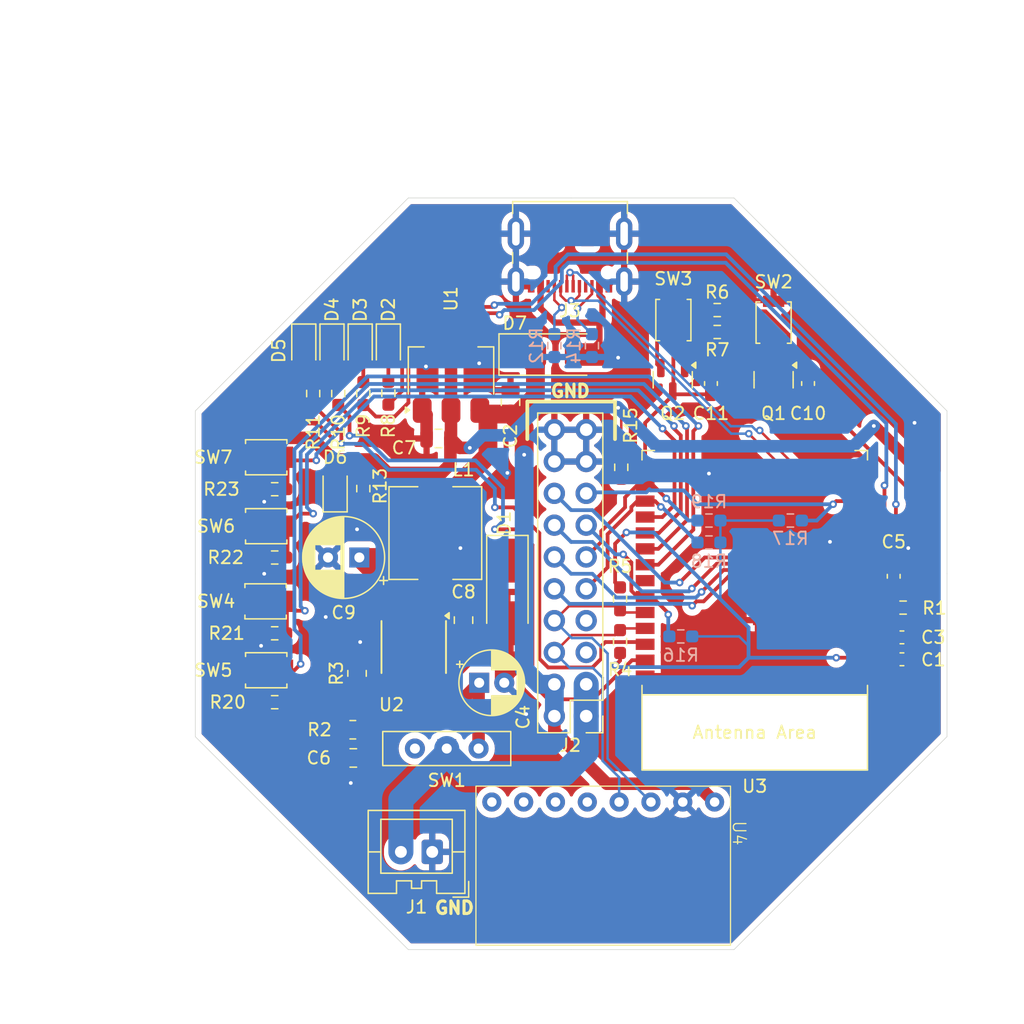
<source format=kicad_pcb>
(kicad_pcb (version 20240108) (generator "pcbnew") (generator_version "8.0")
  (layers (0 "F.Cu" signal) (31 "B.Cu" signal) (34 "B.Paste" user) (35 "F.Paste" user) (36 "B.SilkS" user "B.Silkscreen") (37 "F.SilkS" user "F.Silkscreen") (38 "B.Mask" user) (39 "F.Mask" user) (44 "Edge.Cuts" user))
  (net 0 "")
  (net 1 "GND")
  (net 2 "+3.3V")
  (net 3 "+5V")
  (net 4 "/12V_5V")
  (net 5 "/EN0")
  (net 6 "Net-(D1-K)")
  (net 7 "Net-(U2-BOOT)")
  (net 8 "/BOOT0")
  (net 9 "Net-(D2-A)")
  (net 10 "Net-(D3-A)")
  (net 11 "Net-(D4-A)")
  (net 12 "Net-(D5-A)")
  (net 13 "Net-(D6-A)")
  (net 14 "+12V")
  (net 15 "/FPGA9")
  (net 16 "/SCL")
  (net 17 "/FPGA7")
  (net 18 "/FPGA0")
  (net 19 "/FPGA8")
  (net 20 "/FPGA2")
  (net 21 "/SDA")
  (net 22 "/FPGA3")
  (net 23 "/FPGA1")
  (net 25 "/FPGA6")
  (net 27 "Net-(J3-CC2)")
  (net 28 "/USB_DM0")
  (net 29 "Net-(J3-CC1)")
  (net 30 "/USB_DP0")
  (net 31 "Net-(Q1-B)")
  (net 32 "/RTS0")
  (net 33 "Net-(Q2-B)")
  (net 34 "/DTR0")
  (net 35 "Net-(U2-EN)")
  (net 36 "/LED00")
  (net 37 "/LED01")
  (net 38 "/LED10")
  (net 39 "/LED11")
  (net 40 "/BTN00")
  (net 41 "/BTN01")
  (net 42 "/BTN10")
  (net 43 "/BTN11")
  (net 53 "Net-(D7-A)")
  (footprint "Package_TO_SOT_SMD:SOT-223-3_TabPin2" (layer "F.Cu") (at 140.41 83.8 90)
    (property "Reference" "U1")
    (property "Value" "LD1117S33TR_SOT223")
  )
  (footprint "Resistor_SMD:R_0603_1608Metric_Pad0.98x0.95mm_HandSolder" (layer "F.Cu") (at 153.905 105.41 90)
    (property "Reference" "R4")
    (property "Value" "2.2k")
  )
  (footprint "Capacitor_SMD:C_0805_2012Metric" (layer "F.Cu") (at 141.41 103.7 90)
    (property "Reference" "C8")
    (property "Value" "10nF")
  )
  (footprint "Button_Switch_SMD:SW_SPST_B3U-1000P" (layer "F.Cu") (at 158.16 79.75 -90)
    (property "Reference" "SW3")
    (property "Value" "SW_SPST")
  )
  (footprint "Capacitor_SMD:C_0603_1608Metric_Pad1.08x0.95mm_HandSolder" (layer "F.Cu") (at 176.405 106.825)
    (property "Reference" "C1")
    (property "Value" "10u")
  )
  (footprint "Capacitor_SMD:C_0805_2012Metric" (layer "F.Cu") (at 132.61 114.7 180)
    (property "Reference" "C6")
    (property "Value" "6.8uF")
  )
  (footprint "Resistor_SMD:R_0603_1608Metric_Pad0.98x0.95mm_HandSolder" (layer "F.Cu") (at 126.3375 93.25 180)
    (property "Reference" "R23")
    (property "Value" "10k")
  )
  (footprint "LED_SMD:LED_0805_2012Metric_Pad1.15x1.40mm_HandSolder" (layer "F.Cu") (at 135.41 81.925 -90)
    (property "Reference" "D2")
    (property "Value" "LED")
  )
  (footprint "Resistor_SMD:R_0805_2012Metric" (layer "F.Cu") (at 132.91 107.95 90)
    (property "Reference" "R3")
    (property "Value" "1k")
  )
  (footprint "Resistor_SMD:R_0603_1608Metric_Pad0.98x0.95mm_HandSolder" (layer "F.Cu") (at 133.41 93.2 90)
    (property "Reference" "R13")
    (property "Value" "280")
  )
  (footprint "Resistor_SMD:R_0603_1608Metric_Pad0.98x0.95mm_HandSolder" (layer "F.Cu") (at 131.41 85.6125 90)
    (property "Reference" "R10")
    (property "Value" "280")
  )
  (footprint "Adafruit_Sensors:BNO055" (layer "F.Cu") (at 162.72 116.95 -90)
    (property "Reference" "U4")
    (property "Value" "~")
  )
  (footprint "Button_Switch_SMD:SW_SPST_B3U-1000P" (layer "F.Cu") (at 125.66 90.7 180)
    (property "Reference" "SW7")
    (property "Value" "SW_Push")
  )
  (footprint "Diode_SMD:D_SMA_Handsoldering" (layer "F.Cu") (at 144.91 101.45 -90)
    (property "Reference" "D1")
    (property "Value" "D")
  )
  (footprint "Package_TO_SOT_SMD:SOT-23" (layer "F.Cu") (at 166.16 84.5125 -90)
    (property "Reference" "Q1")
    (property "Value" "DNBT8105-7")
  )
  (footprint "Button_Switch_SMD:SW_SPST_B3U-1000P" (layer "F.Cu") (at 125.66 96.2 180)
    (property "Reference" "SW6")
    (property "Value" "SW_Push")
  )
  (footprint "Connector_PinHeader_2.54mm:PinHeader_2x10_P2.54mm_Vertical" (layer "F.Cu") (at 151.2 111.36 180)
    (property "Reference" "J2")
    (property "Value" "Conn_02x10_Odd_Even")
  )
  (footprint "Capacitor_SMD:C_0603_1608Metric_Pad1.08x0.95mm_HandSolder" (layer "F.Cu") (at 175.7475 100.2 90)
    (property "Reference" "C5")
    (property "Value" "0.1u")
  )
  (footprint "Package_SO:TI_SO-PowerPAD-8" (layer "F.Cu") (at 137.435 105.8475 -90)
    (property "Reference" "U2")
    (property "Value" "LM22676MR-5")
  )
  (footprint "Resistor_SMD:R_0603_1608Metric_Pad0.98x0.95mm_HandSolder" (layer "F.Cu") (at 126.3375 104.75 180)
    (property "Reference" "R21")
    (property "Value" "10k")
  )
  (footprint "Inductor_SMD:L_7.3x7.3_H3.5" (layer "F.Cu") (at 139.16 96.75 90)
    (property "Reference" "L1")
    (property "Value" "8.2uH")
  )
  (footprint "Resistor_SMD:R_0603_1608Metric_Pad0.98x0.95mm_HandSolder" (layer "F.Cu") (at 126.3375 98.7 180)
    (property "Reference" "R22")
    (property "Value" "10k")
  )
  (footprint "Capacitor_SMD:C_0603_1608Metric_Pad1.08x0.95mm_HandSolder" (layer "F.Cu") (at 168.91 84.8125 90)
    (property "Reference" "C10")
    (property "Value" "0.1u")
  )
  (footprint "Capacitor_SMD:C_0805_2012Metric" (layer "F.Cu") (at 139.41 89.2 180)
    (property "Reference" "C7")
    (property "Value" "10uF")
  )
  (footprint "Resistor_SMD:R_0603_1608Metric_Pad0.98x0.95mm_HandSolder" (layer "F.Cu") (at 154 91.5 -90)
    (property "Reference" "R15")
    (property "Value" "10k")
  )
  (footprint "Capacitor_SMD:C_0603_1608Metric_Pad1.08x0.95mm_HandSolder" (layer "F.Cu") (at 161.16 84.8125 90)
    (property "Reference" "C11")
    (property "Value" "0.1u")
  )
  (footprint "Button_Switch_SMD:SW_SPST_B3U-1000P" (layer "F.Cu") (at 125.66 107.7 180)
    (property "Reference" "SW5")
    (property "Value" "SW_Push")
  )
  (footprint "Resistor_SMD:R_0603_1608Metric_Pad0.98x0.95mm_HandSolder" (layer "F.Cu") (at 133.41 85.6125 90)
    (property "Reference" "R9")
    (property "Value" "280")
  )
  (footprint "Capacitor_THT:CP_Radial_D5.0mm_P2.00mm" (layer "F.Cu") (at 142.66 108.7)
    (property "Reference" "C4")
    (property "Value" "22uF")
  )
  (footprint "Button_Switch_SMD:SW_SPST_B3U-1000P" (layer "F.Cu") (at 166.16 79.95 -90)
    (property "Reference" "SW2")
    (property "Value" "SW_SPST")
  )
  (footprint "Resistor_SMD:R_0603_1608Metric_Pad0.98x0.95mm_HandSolder" (layer "F.Cu") (at 176.4975 102.7 180)
    (property "Reference" "R1")
    (property "Value" "10k")
  )
  (footprint "LED_SMD:LED_0805_2012Metric_Pad1.15x1.40mm_HandSolder" (layer "F.Cu") (at 130.91 81.925 -90)
    (property "Reference" "D4")
    (property "Value" "LED")
  )
  (footprint "Resistor_SMD:R_0603_1608Metric_Pad0.98x0.95mm_HandSolder" (layer "F.Cu") (at 161.66 78.95)
    (property "Reference" "R6")
    (property "Value" "10k")
  )
  (footprint "Resistor_SMD:R_0805_2012Metric" (layer "F.Cu") (at 132.5725 112.45 180)
    (property "Reference" "R2")
    (property "Value" "6.2k")
  )
  (footprint "Diode_SMD:D_SMA_Handsoldering" (layer "F.Cu") (at 148.75 82.5)
    (property "Reference" "D7")
    (property "Value" "D")
  )
  (footprint "Connector_USB:USB_C_Receptacle_JAE_DX07S016JA1R1500" (layer "F.Cu") (at 149.91 74 180)
    (property "Reference" "J3")
    (property "Value" "USB_C_Receptacle_USB2.0_14P")
  )
  (footprint "Package_TO_SOT_SMD:SOT-23" (layer "F.Cu") (at 158.11 84.5125 -90)
    (property "Reference" "Q2")
    (property "Value" "DNBT8105-7")
  )
  (footprint "LED_SMD:LED_0805_2012Metric_Pad1.15x1.40mm_HandSolder" (layer "F.Cu") (at 133.16 81.925 -90)
    (property "Reference" "D3")
    (property "Value" "LED")
  )
  (footprint "Resistor_SMD:R_0603_1608Metric_Pad0.98x0.95mm_HandSolder" (layer "F.Cu") (at 161.66 80.7 180)
    (property "Reference" "R7")
    (property "Value" "10k")
  )
  (footprint "Capacitor_SMD:C_0805_2012Metric" (layer "F.Cu") (at 145.16 86.3 90)
    (property "Reference" "C2")
    (property "Value" "100nF")
  )
  (footprint "Connector_JST:JST_XA_B02B-XASK-1_1x02_P2.50mm_Vertical" (layer "F.Cu") (at 138.91 122.2 180)
    (property "Reference" "J1")
    (property "Value" "Conn_01x02")
  )
  (footprint "Button_Switch_SMD:SW_SPST_B3U-1000P" (layer "F.Cu") (at 125.61 102.2 180)
    (property "Reference" "SW4")
    (property "Value" "SW_Push")
  )
  (footprint "Espressif:ESP32-C6-WROOM-1" (layer "F.Cu") (at 164.655 99.91 180)
    (property "Reference" "U3")
    (property "Value" "ESP32-C6-WROOM-1")
  )
  (footprint "Capacitor_SMD:C_0603_1608Metric_Pad1.08x0.95mm_HandSolder" (layer "F.Cu") (at 176.405 105.075)
    (property "Reference" "C3")
    (property "Value" "0.1u")
  )
  (footprint "LED_SMD:LED_0805_2012Metric_Pad1.15x1.40mm_HandSolder" (layer "F.Cu") (at 131.16 93.2 90)
    (property "Reference" "D6")
    (property "Value" "LED")
  )
  (footprint "Resistor_SMD:R_0603_1608Metric_Pad0.98x0.95mm_HandSolder" (layer "F.Cu") (at 135.41 85.5875 90)
    (property "Reference" "R8")
    (property "Value" "280")
  )
  (footprint "Resistor_SMD:R_0603_1608Metric_Pad0.98x0.95mm_HandSolder" (layer "F.Cu") (at 153.905 101.9975 -90)
    (property "Reference" "R5")
    (property "Value" "2.2k")
  )
  (footprint "Resistor_SMD:R_0603_1608Metric_Pad0.98x0.95mm_HandSolder" (layer "F.Cu") (at 126.3375 110.25 180)
    (property "Reference" "R20")
    (property "Value" "10k")
  )
  (footprint "Button_Switch_THT:SW_Slide-03_Wuerth-WS-SLTV_10x2.5x6.4_P2.54mm" (layer "F.Cu") (at 140.07 113.95 180)
    (property "Reference" "SW1")
    (property "Value" "5V Enable")
  )
  (footprint "Capacitor_THT:CP_Radial_D6.3mm_P2.50mm" (layer "F.Cu") (at 133.09238 98.7 180)
    (property "Reference" "C9")
    (property "Value" "120uF")
  )
  (footprint "LED_SMD:LED_0805_2012Metric_Pad1.15x1.40mm_HandSolder" (layer "F.Cu") (at 128.66 81.925 -90)
    (property "Reference" "D5")
    (property "Value" "LED")
  )
  (footprint "Resistor_SMD:R_0603_1608Metric_Pad0.98x0.95mm_HandSolder" (layer "F.Cu") (at 129.41 85.6125 90)
    (property "Reference" "R11")
    (property "Value" "280")
  )
  (footprint "Resistor_SMD:R_0603_1608Metric_Pad0.98x0.95mm_HandSolder" (layer "B.Cu") (at 148.66 81.7875 -90)
    (property "Reference" "R12")
    (property "Value" "5.1k")
  )
  (footprint "Resistor_SMD:R_0603_1608Metric_Pad0.98x0.95mm_HandSolder" (layer "B.Cu") (at 167.5 95.75)
    (property "Reference" "R17")
    (property "Value" "280")
  )
  (footprint "Resistor_SMD:R_0603_1608Metric_Pad0.98x0.95mm_HandSolder" (layer "B.Cu") (at 151.66 81.7875 -90)
    (property "Reference" "R14")
    (property "Value" "5.1k")
  )
  (footprint "Resistor_SMD:R_0603_1608Metric_Pad0.98x0.95mm_HandSolder" (layer "B.Cu") (at 161 97.5 180)
    (property "Reference" "R18")
    (property "Value" "280")
  )
  (footprint "Resistor_SMD:R_0603_1608Metric_Pad0.98x0.95mm_HandSolder" (layer "B.Cu") (at 158.75 105 180)
    (property "Reference" "R16")
    (property "Value" "280")
  )
  (footprint "Resistor_SMD:R_0603_1608Metric_Pad0.98x0.95mm_HandSolder" (layer "B.Cu") (at 161 95.75 180)
    (property "Reference" "R19")
    (property "Value" "280")
  )
  (gr_line (start 146.5 86.25) (end 153.5 86.25) (stroke (width 0.3)) (layer "F.SilkS"))
  (gr_line (start 146.5 86.25) (end 146.5 89.25) (stroke (width 0.3)) (layer "F.SilkS"))
  (gr_line (start 153.5 86.25) (end 153.5 89.25) (stroke (width 0.3)) (layer "F.SilkS"))
  (gr_line (start 150 130) (end 137 130) (stroke (width 0.05)) (layer "Edge.Cuts"))
  (gr_line (start 163 70) (end 180 87) (stroke (width 0.05)) (layer "Edge.Cuts"))
  (gr_line (start 120 87) (end 137 70) (stroke (width 0.05)) (layer "Edge.Cuts"))
  (gr_line (start 120 100) (end 120 113) (stroke (width 0.05)) (layer "Edge.Cuts"))
  (gr_line (start 180 113) (end 163 130) (stroke (width 0.05)) (layer "Edge.Cuts"))
  (gr_line (start 150 70) (end 163 70) (stroke (width 0.05)) (layer "Edge.Cuts"))
  (gr_line (start 180 100) (end 180 113) (stroke (width 0.05)) (layer "Edge.Cuts"))
  (gr_line (start 150 70) (end 137 70) (stroke (width 0.05)) (layer "Edge.Cuts"))
  (gr_line (start 150 130) (end 163 130) (stroke (width 0.05)) (layer "Edge.Cuts"))
  (gr_line (start 180 100) (end 180 87) (stroke (width 0.05)) (layer "Edge.Cuts"))
  (gr_line (start 137 130) (end 120 113) (stroke (width 0.05)) (layer "Edge.Cuts"))
  (gr_line (start 120 100) (end 120 87) (stroke (width 0.05)) (layer "Edge.Cuts"))
  (gr_text "GND" (at 148.25 86 0) (layer "F.SilkS") (effects (font (size 1 1) (thickness 0.25) (bold yes)) (justify left bottom)))
  (gr_text "GND" (at 139 127.25 0) (layer "F.SilkS") (effects (font (size 1 1) (thickness 0.25) (bold yes)) (justify left bottom)))
  (segment (start 138.46 89.2) (end 138.46 87.3) (width 1) (layer "F.Cu") (net 1))
  (segment (start 145.59 76.675) (end 145.965 77.05) (width 0.3) (layer "F.Cu") (net 1))
  (segment (start 144.66 108.7) (end 144.66 104.2) (width 1.5) (layer "F.Cu") (net 1))
  (segment (start 154.23 76.675) (end 153.385 76.675) (width 0.3) (layer "F.Cu") (net 1))
  (segment (start 144.66 104.2) (end 144.91 103.95) (width 1.5) (layer "F.Cu") (net 1))
  (segment (start 175.7475 99.1125) (end 176.91 97.95) (width 0.5) (layer "F.Cu") (net 1))
  (segment (start 145.965 77.05) (end 146.81 77.05) (width 0.3) (layer "F.Cu") (net 1))
  (segment (start 175.7475 99.3375) (end 175.7475 99.1125) (width 0.5) (layer "F.Cu") (net 1))
  (segment (start 153.855 77.05) (end 154.23 76.675) (width 0.3) (layer "F.Cu") (net 1))
  (segment (start 138.46 87.3) (end 138.11 86.95) (width 1) (layer "F.Cu") (net 1))
  (segment (start 153.385 76.675) (end 153.01 77.05) (width 0.3) (layer "F.Cu") (net 1))
  (via (at 146.41 111.2) (size 0.6) (drill 0.3) (layers "F.Cu" "B.Cu") (net 1))
  (via (at 177.41 87.95) (size 0.6) (drill 0.3) (layers "F.Cu" "B.Cu") (net 1))
  (via (at 176.91 97.95) (size 0.6) (drill 0.3) (layers "F.Cu" "B.Cu") (net 1))
  (via (at 125.25 105.75) (size 0.6) (drill 0.3) (layers "F.Cu" "B.Cu") (net 1))
  (via (at 153.75 82.75) (size 0.6) (drill 0.3) (layers "F.Cu" "B.Cu") (net 1))
  (via (at 132.91 96.45) (size 0.6) (drill 0.3) (layers "F.Cu" "B.Cu") (net 1))
  (via (at 170.66 97.45) (size 0.6) (drill 0.3) (layers "F.Cu" "B.Cu") (net 1))
  (via (at 138.41 83.45) (size 0.6) (drill 0.3) (layers "F.Cu" "B.Cu") (net 1))
  (via (at 141.16 97.95) (size 0.6) (drill 0.3) (layers "F.Cu" "B.Cu") (net 1))
  (via (at 142.66 83.2) (size 0.6) (drill 0.3) (layers "F.Cu" "B.Cu") (net 1))
  (via (at 133.16 105.45) (size 0.6) (drill 0.3) (layers "F.Cu" "B.Cu") (net 1))
  (via (at 144.91 91.95) (size 0.6) (drill 0.3) (layers "F.Cu" "B.Cu") (net 1))
  (via (at 125.5 100) (size 0.6) (drill 0.3) (layers "F.Cu" "B.Cu") (net 1))
  (via (at 132.41 116.7) (size 0.6) (drill 0.3) (layers "F.Cu" "B.Cu") (net 1))
  (via (at 125.5 94.25) (size 0.6) (drill 0.3) (layers "F.Cu" "B.Cu") (net 1))
  (via (at 130.41 103.45) (size 0.6) (drill 0.3) (layers "F.Cu" "B.Cu") (net 1))
  (via (at 161 92) (size 0.6) (drill 0.3) (layers "F.Cu" "B.Cu") (net 1))
  (segment (start 123.96 90.7) (end 123.96 107.7) (width 1) (layer "F.Cu") (net 2))
  (segment (start 175.5425 106.825) (end 175.5425 105.075) (width 1) (layer "F.Cu") (net 2))
  (segment (start 140.41 86.95) (end 140.41 89.15) (width 1) (layer "F.Cu") (net 2))
  (segment (start 174.16 88.2) (end 178.66 92.7) (width 1) (layer "F.Cu") (net 2))
  (segment (start 153.51 97.6) (end 154.41 96.7) (width 0.3) (layer "F.Cu") (net 2))
  (segment (start 173.48 106.825) (end 173.405 106.9) (width 1) (layer "F.Cu") (net 2))
  (segment (start 178.66 92.7) (end 178.66 101.45) (width 1) (layer "F.Cu") (net 2))
  (segment (start 131.024214 90.9) (end 131.049214 90.875) (width 1) (layer "F.Cu") (net 2))
  (segment (start 123.96 90.7) (end 123.96 89.94) (width 1) (layer "F.Cu") (net 2))
  (segment (start 153.905 101.085) (end 153.51 100.69) (width 0.3) (layer "F.Cu") (net 2))
  (segment (start 154 87) (end 153.75 86.75) (width 0.2) (layer "F.Cu") (net 2))
  (segment (start 123.96 89.94) (end 124.75 89.15) (width 1) (layer "F.Cu") (net 2))
  (segment (start 175.5425 105.075) (end 175.5675 105.075) (width 0.3) (layer "F.Cu") (net 2))
  (segment (start 140.41 89.15) (end 140.36 89.2) (width 1) (layer "F.Cu") (net 2))
  (segment (start 153.51 100.69) (end 153.51 97.6) (width 0.3) (layer "F.Cu") (net 2))
  (segment (start 171.16 106.7) (end 173.205 106.7) (width 0.3) (layer "F.Cu") (net 2))
  (segment (start 141.91 89.95) (end 141.11 89.95) (width 1) (layer "F.Cu") (net 2))
  (segment (start 135.36043 91.95) (end 139.66 91.95) (width 1) (layer "F.Cu") (net 2))
  (segment (start 141.11 89.95) (end 140.36 89.2) (width 1) (layer "F.Cu") (net 2))
  (segment (start 129.274214 89.15) (end 131.024214 90.9) (width 1) (layer "F.Cu") (net 2))
  (segment (start 140.41 86.95) (end 140.41 80.65) (width 1) (layer "F.Cu") (net 2))
  (segment (start 131.049214 90.875) (end 134.28543 90.875) (width 1) (layer "F.Cu") (net 2))
  (segment (start 153.905 106.93076) (end 153.905 106.3225) (width 0.3) (layer "F.Cu") (net 2))
  (segment (start 124.75 89.15) (end 129.274214 89.15) (width 1) (layer "F.Cu") (net 2))
  (segment (start 154 90.5875) (end 154 87) (width 0.2) (layer "F.Cu") (net 2))
  (segment (start 175.5425 104.5675) (end 175.5425 105.075) (width 1) (layer "F.Cu") (net 2))
  (segment (start 177.41 102.7) (end 175.5425 104.5675) (width 1) (layer "F.Cu") (net 2))
  (segment (start 139.66 91.95) (end 140.36 91.25) (width 1) (layer "F.Cu") (net 2))
  (segment (start 153.52288 107.31288) (end 153.905 106.93076) (width 0.3) (layer "F.Cu") (net 2))
  (segment (start 134.28543 90.875) (end 135.36043 91.95) (width 1) (layer "F.Cu") (net 2))
  (segment (start 173.205 106.7) (end 173.405 106.9) (width 0.3) (layer "F.Cu") (net 2))
  (segment (start 140.36 91.25) (end 140.36 89.2) (width 1) (layer "F.Cu") (net 2))
  (segment (start 178.66 101.45) (end 177.41 102.7) (width 1) (layer "F.Cu") (net 2))
  (segment (start 175.5425 106.825) (end 173.48 106.825) (width 1) (layer "F.Cu") (net 2))
  (segment (start 173.415 106.91) (end 173.405 106.9) (width 0.3) (layer "F.Cu") (net 2))
  (via (at 154.41 96.7) (size 0.6) (drill 0.3) (layers "F.Cu" "B.Cu") (net 2))
  (via (at 153.52288 107.31288) (size 0.6) (drill 0.3) (layers "F.Cu" "B.Cu") (net 2))
  (via (at 174.16 88.2) (size 0.6) (drill 0.3) (layers "F.Cu" "B.Cu") (net 2))
  (via (at 153.75 86.75) (size 0.6) (drill 0.3) (layers "F.Cu" "B.Cu") (net 2))
  (via (at 141.91 89.95) (size 0.6) (drill 0.3) (layers "F.Cu" "B.Cu") (net 2))
  (via (at 171.16 106.7) (size 0.6) (drill 0.3) (layers "F.Cu" "B.Cu") (net 2))
  (segment (start 145.16 88.95) (end 142.91 88.95) (width 1) (layer "B.Cu") (net 2))
  (segment (start 164.16 104.280761) (end 164.16 105.75) (width 0.3) (layer "B.Cu") (net 2))
  (segment (start 142.91 88.95) (end 141.91 89.95) (width 1) (layer "B.Cu") (net 2))
  (segment (start 153.52288 107.31288) (end 153.66 107.45) (width 0.3) (layer "B.Cu") (net 2))
  (segment (start 163.41 107.45) (end 164.16 106.7) (width 0.3) (layer "B.Cu") (net 2))
  (segment (start 161.9125 95.75) (end 161.9125 97.5) (width 0.2) (layer "B.Cu") (net 2))
  (segment (start 163.41 105) (end 164.16 105.75) (width 0.2) (layer "B.Cu") (net 2))
  (segment (start 161.9125 102.033261) (end 164.16 104.280761) (width 0.2) (layer "B.Cu") (net 2))
  (segment (start 156.579239 96.7) (end 164.16 104.280761) (width 0.3) (layer "B.Cu") (net 2))
  (segment (start 153.7 86.7) (end 153.75 86.75) (width 1) (layer "B.Cu") (net 2))
  (segment (start 164.16 106.7) (end 171.16 106.7) (width 0.3) (layer "B.Cu") (net 2))
  (segment (start 153.66 107.45) (end 163.41 107.45) (width 0.3) (layer "B.Cu") (net 2))
  (segment (start 156.778107 89.818107) (end 156.778107 89.778107) (width 1) (layer "B.Cu") (net 2))
  (segment (start 159.6625 105) (end 163.41 105) (width 0.2) (layer "B.Cu") (net 2))
  (segment (start 161.9125 97.5) (end 161.9125 102.033261) (width 0.2) (layer "B.Cu") (net 2))
  (segment (start 164.16 105.75) (end 164.16 106.7) (width 0.3) (layer "B.Cu") (net 2))
  (segment (start 156.778107 89.778107) (end 153.75 86.75) (width 1) (layer "B.Cu") (net 2))
  (segment (start 174.16 88.2) (end 172.541893 89.818107) (width 1) (layer "B.Cu") (net 2))
  (segment (start 172.541893 89.818107) (end 156.778107 89.818107) (width 1) (layer "B.Cu") (net 2))
  (segment (start 147.41 86.7) (end 145.16 88.95) (width 1) (layer "B.Cu") (net 2))
  (segment (start 166.5875 95.75) (end 161.9125 95.75) (width 0.2) (layer "B.Cu") (net 2))
  (segment (start 154.41 96.7) (end 156.579239 96.7) (width 0.3) (layer "B.Cu") (net 2))
  (segment (start 147.41 86.7) (end 153.7 86.7) (width 1) (layer "B.Cu") (net 2))
  (segment (start 147.15 83.4) (end 147.15 85.85) (width 1.5) (layer "F.Cu") (net 3))
  (segment (start 146.25 88.34) (end 145.16 87.25) (width 1.5) (layer "F.Cu") (net 3))
  (segment (start 135.53 103.0675) (end 135.53 101.13762) (width 1.5) (layer "F.Cu") (net 3))
  (segment (start 135.6375 94.1125) (end 133.41 94.1125) (width 1.5) (layer "F.Cu") (net 3))
  (segment (start 146.25 90.5) (end 146.25 88.34) (width 1.5) (layer "F.Cu") (net 3))
  (segment (start 135.53 101.13762) (end 133.09238 98.7) (width 1.5) (layer "F.Cu") (net 3))
  (segment (start 139.01 93.4) (end 136.35 93.4) (width 1.5) (layer "F.Cu") (net 3))
  (segment (start 135.3 98.7) (end 133.09238 98.7) (width 1.5) (layer "F.Cu") (net 3))
  (segment (start 152.855919 116.758) (end 148.66 112.562081) (width 1) (layer "F.Cu") (net 3))
  (segment (start 140.36061 93.55) (end 139.16 93.55) (width 1.5) (layer "F.Cu") (net 3))
  (segment (start 145.16 87.25) (end 143.01 87.25) (width 1.5) (layer "F.Cu") (net 3))
  (segment (start 143.36 90.55061) (end 140.36061 93.55) (width 1.5) (layer "F.Cu") (net 3))
  (segment (start 136.35 93.4) (end 135.6375 94.1125) (width 1.5) (layer "F.Cu") (net 3))
  (segment (start 139.16 93.55) (end 139.16 94.84) (width 1.5) (layer "F.Cu") (net 3))
  (segment (start 148.66 112.562081) (end 148.66 111.36) (width 1) (layer "F.Cu") (net 3))
  (segment (start 161.45 118.22) (end 159.988 116.758) (width 1) (layer "F.Cu") (net 3))
  (segment (start 143.36 87.6) (end 143.36 90.55061) (width 1.5) (layer "F.Cu") (net 3))
  (segment (start 142.71 86.95) (end 143.36 87.6) (width 1.5) (layer "F.Cu") (net 3))
  (segment (start 145.75 87.25) (end 145.16 87.25) (width 1.5) (layer "F.Cu") (net 3))
  (segment (start 147.15 85.85) (end 145.75 87.25) (width 1.5) (layer "F.Cu") (net 3))
  (segment (start 146.25 82.5) (end 147.15 83.4) (width 1.5) (layer "F.Cu") (net 3))
  (segment (start 139.16 93.55) (end 139.01 93.4) (width 1.5) (layer "F.Cu") (net 3))
  (segment (start 139.16 94.84) (end 135.3 98.7) (width 1.5) (layer "F.Cu") (net 3))
  (segment (start 159.988 116.758) (end 152.855919 116.758) (width 1) (layer "F.Cu") (net 3))
  (via (at 146.25 90.5) (size 0.6) (drill 0.3) (layers "F.Cu" "B.Cu") (net 3))
  (segment (start 147.457919 108.82) (end 146.25 107.612081) (width 1.5) (layer "B.Cu") (net 3))
  (segment (start 148.66 111.36) (end 148.66 108.82) (width 1.5) (layer "B.Cu") (net 3))
  (segment (start 146.25 107.612081) (end 146.25 90.5) (width 1.5) (layer "B.Cu") (net 3))
  (segment (start 148.66 108.82) (end 147.457919 108.82) (width 1.5) (layer "B.Cu") (net 3))
  (segment (start 138.07 109.86) (end 138.4925 110.2825) (width 1) (layer "F.Cu") (net 4))
  (segment (start 138.07 108.6275) (end 138.07 111.04) (width 1) (layer "F.Cu") (net 4))
  (segment (start 138.07 108.6275) (end 138.07 109.86) (width 1) (layer "F.Cu") (net 4))
  (segment (start 142.61 108.75) (end 142.66 108.7) (width 1) (layer "F.Cu") (net 4))
  (segment (start 142.61 113.95) (end 142.61 108.75) (width 1) (layer "F.Cu") (net 4))
  (segment (start 137.41 111.7) (end 134.235 111.7) (width 1) (layer "F.Cu") (net 4))
  (segment (start 138.07 111.04) (end 137.41 111.7) (width 1) (layer "F.Cu") (net 4))
  (segment (start 134.235 111.7) (end 133.485 112.45) (width 1) (layer "F.Cu") (net 4))
  (segment (start 133.485 112.45) (end 133.485 114.625) (width 1) (layer "F.Cu") (net 4))
  (segment (start 133.485 114.625) (end 133.56 114.7) (width 1) (layer "F.Cu") (net 4))
  (segment (start 141.0775 110.2825) (end 142.66 108.7) (width 1) (layer "F.Cu") (net 4))
  (segment (start 138.4925 110.2825) (end 141.0775 110.2825) (width 1) (layer "F.Cu") (net 4))
  (segment (start 174.505 104.3125) (end 175.585 103.2325) (width 0.3) (layer "F.Cu") (net 5))
  (segment (start 174.035 105.63) (end 173.405 105.63) (width 0.3) (layer "F.Cu") (net 5))
  (segment (start 175.585 102.7) (end 175.585 101.225) (width 0.3) (layer "F.Cu") (net 5))
  (segment (start 168.91 85.675) (end 166.385 85.675) (width 0.3) (layer "F.Cu") (net 5))
  (segment (start 166.385 85.675) (end 166.16 85.45) (width 0.3) (layer "F.Cu") (net 5))
  (segment (start 177.81 100.3) (end 177.81 94.1) (width 0.3) (layer "F.Cu") (net 5))
  (segment (start 175.585 101.225) (end 175.7475 101.0625) (width 0.3) (layer "F.Cu") (net 5))
  (segment (start 177.0475 101.0625) (end 177.81 100.3) (width 0.3) (layer "F.Cu") (net 5))
  (segment (start 174.505 104.3125) (end 174.505 105.16) (width 0.3) (layer "F.Cu") (net 5))
  (segment (start 177.81 94.1) (end 169.385 85.675) (width 0.3) (layer "F.Cu") (net 5))
  (segment (start 175.7475 101.0625) (end 177.0475 101.0625) (width 0.3) (layer "F.Cu") (net 5))
  (segment (start 166.16 81.65) (end 166.16 85.45) (width 0.3) (layer "F.Cu") (net 5))
  (segment (start 174.505 105.16) (end 174.035 105.63) (width 0.3) (layer "F.Cu") (net 5))
  (segment (start 175.585 103.2325) (end 175.585 102.7) (width 0.3) (layer "F.Cu") (net 5))
  (segment (start 169.385 85.675) (end 168.91 85.675) (width 0.3) (layer "F.Cu") (net 5))
  (segment (start 142.835 101.025) (end 144.91 98.95) (width 1) (layer "F.Cu") (net 6))
  (segment (start 139.34 108.6275) (end 140.005444 108.6275) (width 1) (layer "F.Cu") (net 6))
  (segment (start 144.91 98.95) (end 145.16 98.95) (width 1) (layer "F.Cu") (net 6))
  (segment (start 142.835 105.797944) (end 142.835 103.45) (width 1) (layer "F.Cu") (net 6))
  (segment (start 141.41 102.2) (end 139.16 99.95) (width 1) (layer "F.Cu") (net 6))
  (segment (start 142.835 103.45) (end 142.135 102.75) (width 1) (layer "F.Cu") (net 6))
  (segment (start 140.005444 108.6275) (end 142.835 105.797944) (width 1) (layer "F.Cu") (net 6))
  (segment (start 141.41 102.75) (end 141.41 102.2) (width 1) (layer "F.Cu") (net 6))
  (segment (start 142.135 102.75) (end 141.41 102.75) (width 1) (layer "F.Cu") (net 6))
  (segment (start 142.835 103.45) (end 142.835 101.025) (width 1) (layer "F.Cu") (net 6))
  (segment (start 140.9225 104.65) (end 141.41 104.65) (width 1) (layer "F.Cu") (net 7))
  (segment (start 139.34 103.0675) (end 140.9225 104.65) (width 1) (layer "F.Cu") (net 7))
  (segment (start 155.905 87.955) (end 155.905 91.66) (width 0.3) (layer "F.Cu") (net 8))
  (segment (start 158.16 85.4) (end 158.11 85.45) (width 0.3) (layer "F.Cu") (net 8))
  (segment (start 161.16 85.675) (end 158.335 85.675) (width 0.3) (layer "F.Cu") (net 8))
  (segment (start 158.11 85.45) (end 158.11 85.75) (width 0.3) (layer "F.Cu") (net 8))
  (segment (start 158.16 81.45) (end 158.16 85.4) (width 0.3) (layer "F.Cu") (net 8))
  (segment (start 158.335 85.675) (end 158.11 85.45) (width 0.3) (layer "F.Cu") (net 8))
  (segment (start 155.905 91.66) (end 154.7525 91.66) (width 0.3) (layer "F.Cu") (net 8))
  (segment (start 158.11 85.75) (end 155.905 87.955) (width 0.3) (layer "F.Cu") (net 8))
  (segment (start 154.7525 91.66) (end 154 92.4125) (width 0.3) (layer "F.Cu") (net 8))
  (segment (start 135.41 84.675) (end 135.41 82.95) (width 0.3) (layer "F.Cu") (net 9))
  (segment (start 133.41 83.2) (end 133.16 82.95) (width 0.3) (layer "F.Cu") (net 10))
  (segment (start 133.41 84.7) (end 133.41 83.2) (width 0.3) (layer "F.Cu") (net 10))
  (segment (start 131.41 83.45) (end 130.91 82.95) (width 0.3) (layer "F.Cu") (net 11))
  (segment (start 131.41 84.7) (end 131.41 83.45) (width 0.3) (layer "F.Cu") (net 11))
  (segment (start 129.41 84.7) (end 129.41 83.7) (width 0.3) (layer "F.Cu") (net 12))
  (segment (start 129.41 83.7) (end 128.66 82.95) (width 0.3) (layer "F.Cu") (net 12))
  (segment (start 131.1725 92.1625) (end 131.16 92.175) (width 0.3) (layer "F.Cu") (net 13))
  (segment (start 133.41 92.1625) (end 131.1725 92.1625) (width 0.3) (layer "F.Cu") (net 13))
  (segment (start 151.2 114.21) (end 149.46 115.95) (width 2) (layer "B.Cu") (net 14))
  (segment (start 141.66 115.95) (end 140.07 114.36) (width 2) (layer "B.Cu") (net 14))
  (segment (start 149.46 115.95) (end 141.66 115.95) (width 2) (layer "B.Cu") (net 14))
  (segment (start 140.07 113.95) (end 140.07 114.36) (width 2) (layer "B.Cu") (net 14))
  (segment (start 136.41 118.02) (end 136.41 122.2) (width 2) (layer "B.Cu") (net 14))
  (segment (start 140.07 114.36) (end 136.41 118.02) (width 2) (layer "B.Cu") (net 14))
  (segment (start 151.2 111.36) (end 151.2 114.21) (width 2) (layer "B.Cu") (net 14))
  (segment (start 151.2 108.82) (end 151.2 111.36) (width 2) (layer "B.Cu") (net 14))
  (segment (start 160.579239 102.2) (end 162.579239 100.2) (width 0.3) (layer "F.Cu") (net 15))
  (segment (start 159.66 102.55) (end 160.01 102.2) (width 0.3) (layer "F.Cu") (net 15))
  (segment (start 162.579239 100.2) (end 168.538682 100.2) (width 0.3) (layer "F.Cu") (net 15))
  (segment (start 168.538682 100.2) (end 172.698682 104.36) (width 0.3) (layer "F.Cu") (net 15))
  (segment (start 172.698682 104.36) (end 173.405 104.36) (width 0.3) (layer "F.Cu") (net 15))
  (segment (start 160.01 102.2) (end 160.579239 102.2) (width 0.3) (layer "F.Cu") (net 15))
  (via (at 159.66 102.55) (size 0.6) (drill 0.3) (layers "F.Cu" "B.Cu") (net 15))
  (segment (start 149.86 102.4) (end 148.66 101.2) (width 0.3) (layer "B.Cu") (net 15))
  (segment (start 159.66 102.55) (end 159.51 102.4) (width 0.3) (layer "B.Cu") (net 15))
  (segment (start 159.51 102.4) (end 149.86 102.4) (width 0.3) (layer "B.Cu") (net 15))
  (segment (start 153.905 102.91) (end 153.585 102.59) (width 0.2) (layer "F.Cu") (net 16))
  (segment (start 155.905 103.09) (end 154.085 103.09) (width 0.2) (layer "F.Cu") (net 16))
  (segment (start 149.81 102.59) (end 148.66 103.74) (width 0.2) (layer "F.Cu") (net 16))
  (segment (start 154.085 103.09) (end 153.905 102.91) (width 0.2) (layer "F.Cu") (net 16))
  (segment (start 153.585 102.59) (end 149.81 102.59) (width 0.2) (layer "F.Cu") (net 16))
  (segment (start 153.905 102.91) (end 153.545 102.55) (width 0.2) (layer "F.Cu") (net 16))
  (segment (start 151.676346 105.13) (end 152.91 106.363654) (width 0.2) (layer "B.Cu") (net 16))
  (segment (start 148.66 103.74) (end 150.05 105.13) (width 0.2) (layer "B.Cu") (net 16))
  (segment (start 152.91 106.363654) (end 152.91 114.76) (width 0.2) (layer "B.Cu") (net 16))
  (segment (start 150.05 105.13) (end 151.676346 105.13) (width 0.2) (layer "B.Cu") (net 16))
  (segment (start 152.91 114.76) (end 156.37 118.22) (width 0.2) (layer "B.Cu") (net 16))
  (segment (start 168.952894 99.2) (end 171.572894 101.82) (width 0.3) (layer "F.Cu") (net 17))
  (segment (start 161.620466 99.2) (end 168.952894 99.2) (width 0.3) (layer "F.Cu") (net 17))
  (segment (start 159.640233 101.180233) (end 161.620466 99.2) (width 0.3) (layer "F.Cu") (net 17))
  (segment (start 171.572894 101.82) (end 173.405 101.82) (width 0.3) (layer "F.Cu") (net 17))
  (via (at 159.640233 101.180233) (size 0.6) (drill 0.3) (layers "F.Cu" "B.Cu") (net 17))
  (segment (start 159.420466 101.4) (end 155.637057 101.4) (width 0.3) (layer "B.Cu") (net 17))
  (segment (start 159.640233 101.180233) (end 159.420466 101.4) (width 0.3) (layer "B.Cu") (net 17))
  (segment (start 155.637057 101.4) (end 151.697057 97.46) (width 0.3) (layer "B.Cu") (net 17))
  (segment (start 150 97.46) (end 148.66 96.12) (width 0.3) (layer "B.Cu") (net 17))
  (segment (start 151.697057 97.46) (end 150 97.46) (width 0.3) (layer "B.Cu") (net 17))
  (segment (start 171.16 94.2) (end 170.91 94.45) (width 0.3) (layer "F.Cu") (net 18))
  (segment (start 173.405 94.2) (end 171.16 94.2) (width 0.3) (layer "F.Cu") (net 18))
  (via (at 170.91 94.45) (size 0.6) (drill 0.3) (layers "F.Cu" "B.Cu") (net 18))
  (segment (start 151.28 93.5) (end 151.2 93.58) (width 0.3) (layer "B.Cu") (net 18))
  (segment (start 169.61 95.75) (end 168.4125 95.75) (width 0.3) (layer "B.Cu") (net 18))
  (segment (start 156.343736 93.343736) (end 156.25 93.25) (width 0.3) (layer "B.Cu") (net 18))
  (segment (start 170.91 94.45) (end 169.61 95.75) (width 0.3) (layer "B.Cu") (net 18))
  (segment (start 156 93.5) (end 151.28 93.5) (width 0.3) (layer "B.Cu") (net 18))
  (segment (start 158.981487 93.343736) (end 156.343736 93.343736) (width 0.3) (layer "B.Cu") (net 18))
  (segment (start 170.91 94.45) (end 160.087751 94.45) (width 0.3) (layer "B.Cu") (net 18))
  (segment (start 160.087751 94.45) (end 158.981487 93.343736) (width 0.3) (layer "B.Cu") (net 18))
  (segment (start 156.25 93.25) (end 156 93.5) (width 0.3) (layer "B.Cu") (net 18))
  (segment (start 168.745788 99.7) (end 172.135788 103.09) (width 0.3) (layer "F.Cu") (net 19))
  (segment (start 162.16 99.7) (end 168.745788 99.7) (width 0.3) (layer "F.Cu") (net 19))
  (segment (start 172.135788 103.09) (end 173.405 103.09) (width 0.3) (layer "F.Cu") (net 19))
  (segment (start 160.41 101.45) (end 162.16 99.7) (width 0.3) (layer "F.Cu") (net 19))
  (via (at 160.41 101.45) (size 0.6) (drill 0.3) (layers "F.Cu" "B.Cu") (net 19))
  (segment (start 150 100) (end 148.66 98.66) (width 0.3) (layer "B.Cu") (net 19))
  (segment (start 159.96 101.9) (end 153.597057 101.9) (width 0.3) (layer "B.Cu") (net 19))
  (segment (start 151.697057 100) (end 150 100) (width 0.3) (layer "B.Cu") (net 19))
  (segment (start 153.597057 101.9) (end 151.697057 100) (width 0.3) (layer "B.Cu") (net 19))
  (segment (start 160.41 101.45) (end 159.96 101.9) (width 0.3) (layer "B.Cu") (net 19))
  (segment (start 155.275 92.93) (end 154.305 93.9) (width 0.3) (layer "F.Cu") (net 20))
  (segment (start 152.4 96.6) (end 152.4 97.46) (width 0.3) (layer "F.Cu") (net 20))
  (segment (start 157.6 93.993736) (end 156.536264 92.93) (width 0.3) (layer "F.Cu") (net 20))
  (segment (start 156.536264 92.93) (end 155.905 92.93) (width 0.3) (layer "F.Cu") (net 20))
  (segment (start 152.4 97.46) (end 151.2 98.66) (width 0.3) (layer "F.Cu") (net 20))
  (segment (start 155.905 92.93) (end 155.275 92.93) (width 0.3) (layer "F.Cu") (net 20))
  (segment (start 154.305 93.9) (end 154.305 94.695) (width 0.3) (layer "F.Cu") (net 20))
  (segment (start 154.305 94.695) (end 152.4 96.6) (width 0.3) (layer "F.Cu") (net 20))
  (via (at 157.6 93.993736) (size 0.6) (drill 0.3) (layers "F.Cu" "B.Cu") (net 20))
  (segment (start 159.356264 95.75) (end 160.0875 95.75) (width 0.3) (layer "B.Cu") (net 20))
  (segment (start 157.6 93.993736) (end 159.356264 95.75) (width 0.3) (layer "B.Cu") (net 20))
  (segment (start 155.905 104.36) (end 154.0425 104.36) (width 0.2) (layer "F.Cu") (net 21))
  (segment (start 150.05 104.89) (end 148.66 106.28) (width 0.2) (layer "F.Cu") (net 21))
  (segment (start 154.0425 104.36) (end 153.905 104.4975) (width 0.2) (layer "F.Cu") (net 21))
  (segment (start 153.905 104.4975) (end 153.5675 104.4975) (width 0.2) (layer "F.Cu") (net 21))
  (segment (start 153.905 104.4975) (end 153.5125 104.89) (width 0.2) (layer "F.Cu") (net 21))
  (segment (start 153.5125 104.89) (end 150.05 104.89) (width 0.2) (layer "F.Cu") (net 21))
  (segment (start 149.9 107.52) (end 151.738478 107.52) (width 0.2) (layer "B.Cu") (net 21))
  (segment (start 153.83 116.245686) (end 153.83 118.22) (width 0.2) (layer "B.Cu") (net 21))
  (segment (start 152.51 108.291522) (end 152.51 114.925686) (width 0.2) (layer "B.Cu") (net 21))
  (segment (start 151.738478 107.52) (end 152.51 108.291522) (width 0.2) (layer "B.Cu") (net 21))
  (segment (start 152.51 114.925686) (end 153.83 116.245686) (width 0.2) (layer "B.Cu") (net 21))
  (segment (start 148.66 106.28) (end 149.9 107.52) (width 0.2) (layer "B.Cu") (net 21))
  (segment (start 157.16538 94.66538) (end 156.7 94.2) (width 0.3) (layer "F.Cu") (net 22))
  (segment (start 154.805 94.67) (end 154.805 94.945) (width 0.3) (layer "F.Cu") (net 22))
  (segment (start 155.275 94.2) (end 154.805 94.67) (width 0.3) (layer "F.Cu") (net 22))
  (segment (start 155.905 94.2) (end 155.275 94.2) (width 0.3) (layer "F.Cu") (net 22))
  (segment (start 156.7 94.2) (end 155.905 94.2) (width 0.3) (layer "F.Cu") (net 22))
  (segment (start 154.805 94.945) (end 152.91 96.84) (width 0.3) (layer "F.Cu") (net 22))
  (segment (start 152.91 96.84) (end 152.91 99.49) (width 0.3) (layer "F.Cu") (net 22))
  (segment (start 152.91 99.49) (end 151.2 101.2) (width 0.3) (layer "F.Cu") (net 22))
  (via (at 157.16538 94.66538) (size 0.6) (drill 0.3) (layers "F.Cu" "B.Cu") (net 22))
  (segment (start 157.25288 94.66538) (end 160.0875 97.5) (width 0.3) (layer "B.Cu") (net 22))
  (segment (start 157.16538 94.66538) (end 157.25288 94.66538) (width 0.3) (layer "B.Cu") (net 22))
  (segment (start 154.805 101.35) (end 154.805 99.095) (width 0.3) (layer "F.Cu") (net 23))
  (segment (start 154.805 99.095) (end 154.16 98.45) (width 0.3) (layer "F.Cu") (net 23))
  (segment (start 155.905 101.82) (end 156.43 101.82) (width 0.3) (layer "F.Cu") (net 23))
  (segment (start 155.275 101.82) (end 154.805 101.35) (width 0.3) (layer "F.Cu") (net 23))
  (segment (start 155.905 101.82) (end 155.275 101.82) (width 0.3) (layer "F.Cu") (net 23))
  (segment (start 157.75 103.14) (end 157.75 103.25) (width 0.3) (layer "F.Cu") (net 23))
  (segment (start 156.43 101.82) (end 157.75 103.14) (width 0.3) (layer "F.Cu") (net 23))
  (via (at 157.75 103.25) (size 0.6) (drill 0.3) (layers "F.Cu" "B.Cu") (net 23))
  (via (at 154.16 98.45) (size 0.6) (drill 0.3) (layers "F.Cu" "B.Cu") (net 23))
  (segment (start 154.16 98.45) (end 153.53 98.45) (width 0.3) (layer "B.Cu") (net 23))
  (segment (start 153.53 98.45) (end 151.2 96.12) (width 0.3) (layer "B.Cu") (net 23))
  (segment (start 157.75 103.25) (end 157.75 104.9125) (width 0.3) (layer "B.Cu") (net 23))
  (segment (start 157.75 104.9125) (end 157.8375 105) (width 0.3) (layer "B.Cu") (net 23))
  (segment (start 171.01 100.55) (end 173.405 100.55) (width 0.3) (layer "F.Cu") (net 25))
  (segment (start 158.66 100.7) (end 160.66 98.7) (width 0.3) (layer "F.Cu") (net 25))
  (segment (start 169.16 98.7) (end 171.01 100.55) (width 0.3) (layer "F.Cu") (net 25))
  (segment (start 160.66 98.7) (end 169.16 98.7) (width 0.3) (layer "F.Cu") (net 25))
  (via (at 158.66 100.7) (size 0.6) (drill 0.3) (layers "F.Cu" "B.Cu") (net 25))
  (segment (start 158.66 100.7) (end 157.477057 100.7) (width 0.3) (layer "B.Cu") (net 25))
  (segment (start 150 94.92) (end 148.66 93.58) (width 0.3) (layer "B.Cu") (net 25))
  (segment (start 151.697057 94.92) (end 150 94.92) (width 0.3) (layer "B.Cu") (net 25))
  (segment (start 157.477057 100.7) (end 151.697057 94.92) (width 0.3) (layer "B.Cu") (net 25))
  (segment (start 148.66 78.16) (end 148.66 77.05) (width 0.2) (layer "F.Cu") (net 27))
  (segment (start 149.25 78.75) (end 148.66 78.16) (width 0.2) (layer "F.Cu") (net 27))
  (via (at 149.25 78.75) (size 0.6) (drill 0.3) (layers "F.Cu" "B.Cu") (net 27))
  (segment (start 149.25 78.75) (end 148.66 79.34) (width 0.2) (layer "B.Cu") (net 27))
  (segment (start 148.66 79.34) (end 148.66 80.875) (width 0.2) (layer "B.Cu") (net 27))
  (segment (start 150 78.2) (end 149.575 78.2) (width 0.2) (layer "F.Cu") (net 28))
  (segment (start 149.16 77.785) (end 149.16 77.05) (width 0.2) (layer "F.Cu") (net 28))
  (segment (start 150.245 78.2) (end 150.66 77.785) (width 0.2) (layer "F.Cu") (net 28))
  (segment (start 149.575 78.2) (end 149.16 77.785) (width 0.2) (layer "F.Cu") (net 28))
  (segment (start 168.291471 92.93) (end 173.405 92.93) (width 0.2) (layer "F.Cu") (net 28))
  (segment (start 150.66 77.785) (end 150.66 77.05) (width 0.2) (layer "F.Cu") (net 28))
  (segment (start 164.179578 88.818107) (end 168.291471 92.93) (width 0.2) (layer "F.Cu") (net 28))
  (segment (start 150 78.2) (end 150.245 78.2) (width 0.2) (layer "F.Cu") (net 28))
  (via (at 164.179578 88.818107) (size 0.6) (drill 0.3) (layers "F.Cu" "B.Cu") (net 28))
  (via (at 150 78.2) (size 0.6) (drill 0.3) (layers "F.Cu" "B.Cu") (net 28))
  (segment (start 150 78.2) (end 152.16 78.2) (width 0.2) (layer "B.Cu") (net 28))
  (segment (start 152.16 78.2) (end 162.778107 88.818107) (width 0.2) (layer "B.Cu") (net 28))
  (segment (start 162.778107 88.818107) (end 164.179578 88.818107) (width 0.2) (layer "B.Cu") (net 28))
  (segment (start 151.66 77.666728) (end 151.66 77.05) (width 0.2) (layer "F.Cu") (net 29))
  (segment (start 150.512149 78.814579) (end 151.66 77.666728) (width 0.2) (layer "F.Cu") (net 29))
  (via (at 150.512149 78.814579) (size 0.6) (drill 0.3) (layers "F.Cu" "B.Cu") (net 29))
  (segment (start 150.512149 79.727149) (end 151.66 80.875) (width 0.2) (layer "B.Cu") (net 29))
  (segment (start 150.512149 78.814579) (end 150.512149 79.727149) (width 0.2) (layer "B.Cu") (net 29))
  (segment (start 149.91 75.95) (end 150.16 76.2) (width 0.2) (layer "F.Cu") (net 30))
  (segment (start 149.66 76.2) (end 149.66 77.05) (width 0.2) (layer "F.Cu") (net 30))
  (segment (start 149.91 75.95) (end 149.66 76.2) (width 0.2) (layer "F.Cu") (net 30))
  (segment (start 165.051422 88.558578) (end 168.152844 91.66) (width 0.2) (layer "F.Cu") (net 30))
  (segment (start 168.152844 91.66) (end 173.405 91.66) (width 0.2) (layer "F.Cu") (net 30))
  (segment (start 150.16 76.2) (end 150.16 77.05) (width 0.2) (layer "F.Cu") (net 30))
  (via (at 165.051422 88.558578) (size 0.6) (drill 0.3) (layers "F.Cu" "B.Cu") (net 30))
  (via (at 149.91 75.95) (size 0.6) (drill 0.3) (layers "F.Cu" "B.Cu") (net 30))
  (segment (start 165.051422 88.558578) (end 164.768578 88.558578) (width 0.2) (layer "B.Cu") (net 30))
  (segment (start 164.428107 88.218107) (end 162.743793 88.218107) (width 0.2) (layer "B.Cu") (net 30))
  (segment (start 164.768578 88.558578) (end 164.428107 88.218107) (width 0.2) (layer "B.Cu") (net 30))
  (segment (start 162.743793 88.218107) (end 150.475686 75.95) (width 0.2) (layer "B.Cu") (net 30))
  (segment (start 150.475686 75.95) (end 149.91 75.95) (width 0.2) (layer "B.Cu") (net 30))
  (segment (start 167.36 80.9) (end 165.51 79.05) (width 0.3) (layer "F.Cu") (net 31))
  (segment (start 167.36 83.325) (end 167.36 80.9) (width 0.3) (layer "F.Cu") (net 31))
  (segment (start 167.11 83.575) (end 167.36 83.325) (width 0.3) (layer "F.Cu") (net 31))
  (segment (start 165.51 79.05) (end 162.6725 79.05) (width 0.3) (layer "F.Cu") (net 31))
  (segment (start 162.6725 79.05) (end 162.5725 78.95) (width 0.3) (layer "F.Cu") (net 31))
  (segment (start 162.5725 80.7) (end 162.5725 81.8625) (width 0.3) (layer "F.Cu") (net 32))
  (segment (start 162.5725 81.8625) (end 164.285 83.575) (width 0.3) (layer "F.Cu") (net 32))
  (segment (start 164.285 83.575) (end 165.21 83.575) (width 0.3) (layer "F.Cu") (net 32))
  (segment (start 160.7475 80.7) (end 160.7475 81.8875) (width 0.3) (layer "F.Cu") (net 33))
  (segment (start 160.7475 81.8875) (end 159.06 83.575) (width 0.3) (layer "F.Cu") (net 33))
  (segment (start 158.66 78.95) (end 160.7475 78.95) (width 0.3) (layer "F.Cu") (net 34))
  (segment (start 156.86 83.275) (end 156.86 80.75) (width 0.3) (layer "F.Cu") (net 34))
  (segment (start 157.16 83.575) (end 156.86 83.275) (width 0.3) (layer "F.Cu") (net 34))
  (segment (start 156.86 80.75) (end 158.66 78.95) (width 0.3) (layer "F.Cu") (net 34))
  (segment (start 132.91 108.8625) (end 131.66 110.1125) (width 0.5) (layer "F.Cu") (net 35))
  (segment (start 135.295 108.8625) (end 135.53 108.6275) (width 1) (layer "F.Cu") (net 35))
  (segment (start 131.66 110.1125) (end 131.66 112.45) (width 0.5) (layer "F.Cu") (net 35))
  (segment (start 132.91 108.8625) (end 135.295 108.8625) (width 1) (layer "F.Cu") (net 35))
  (segment (start 175.9225 97.3925) (end 174.035 99.28) (width 0.3) (layer "F.Cu") (net 36))
  (segment (start 174.035 99.28) (end 173.405 99.28) (width 0.3) (layer "F.Cu") (net 36))
  (segment (start 143.723402 78.7) (end 138.54354 78.7) (width 0.3) (layer "F.Cu") (net 36))
  (segment (start 138.54354 78.7) (end 136.51 80.73354) (width 0.3) (layer "F.Cu") (net 36))
  (segment (start 136.51 80.73354) (end 136.51 85.4) (width 0.3) (layer "F.Cu") (net 36))
  (segment (start 175.9225 94.45) (end 175.9225 97.3925) (width 0.3) (layer "F.Cu") (net 36))
  (segment (start 143.873402 78.55) (end 143.723402 78.7) (width 0.3) (layer "F.Cu") (net 36))
  (segment (start 136.51 85.4) (end 135.41 86.5) (width 0.3) (layer "F.Cu") (net 36))
  (via (at 175.9225 94.45) (size 0.6) (drill 0.3) (layers "F.Cu" "B.Cu") (net 36))
  (via (at 143.873402 78.55) (size 0.6) (drill 0.3) (layers "F.Cu" "B.Cu") (net 36))
  (segment (start 143.973402 78.45) (end 146.827894 78.45) (width 0.3) (layer "B.Cu") (net 36))
  (segment (start 143.873402 78.55) (end 143.973402 78.45) (width 0.3) (layer "B.Cu") (net 36))
  (segment (start 175.9225 88.053312) (end 175.9225 94.45) (width 0.3) (layer "B.Cu") (net 36))
  (segment (start 148.76 76.517894) (end 148.76 75.473655) (width 0.3) (layer "B.Cu") (net 36))
  (segment (start 146.827894 78.45) (end 148.76 76.517894) (width 0.3) (layer "B.Cu") (net 36))
  (segment (start 148.76 75.473655) (end 149.733655 74.5) (width 0.3) (layer "B.Cu") (net 36))
  (segment (start 149.733655 74.5) (end 162.369188 74.5) (width 0.3) (layer "B.Cu") (net 36))
  (segment (start 162.369188 74.5) (end 175.9225 88.053312) (width 0.3) (layer "B.Cu") (net 36))
  (segment (start 137.01 80.940646) (end 137.01 86.35) (width 0.3) (layer "F.Cu") (net 37))
  (segment (start 174.035 98.01) (end 173.405 98.01) (width 0.3) (layer "F.Cu") (net 37))
  (segment (start 137.01 86.35) (end 135.91 87.45) (width 0.3) (layer "F.Cu") (net 37))
  (segment (start 144.285 79.325) (end 144.16 79.2) (width 0.3) (layer "F.Cu") (net 37))
  (segment (start 138.750646 79.2) (end 137.01 80.940646) (width 0.3) (layer "F.Cu") (net 37))
  (segment (start 134.41 87.45) (end 133.485 86.525) (width 0.3) (layer "F.Cu") (net 37))
  (segment (start 144.16 79.2) (end 138.750646 79.2) (width 0.3) (layer "F.Cu") (net 37))
  (segment (start 175.01 97.035) (end 174.035 98.01) (width 0.3) (layer "F.Cu") (net 37))
  (segment (start 135.91 87.45) (end 134.41 87.45) (width 0.3) (layer "F.Cu") (net 37))
  (segment (start 133.485 86.525) (end 133.41 86.525) (width 0.3) (layer "F.Cu") (net 37))
  (segment (start 175.01 92.95) (end 175.01 97.035) (width 0.3) (layer "F.Cu") (net 37))
  (via (at 175.01 92.95) (size 0.6) (drill 0.3) (layers "F.Cu" "B.Cu") (net 37))
  (via (at 144.285 79.325) (size 0.6) (drill 0.3) (layers "F.Cu" "B.Cu") (net 37))
  (segment (start 144.66 78.95) (end 147.035 78.95) (width 0.3) (layer "B.Cu") (net 37))
  (segment (start 149.26 75.680761) (end 149.765761 75.175) (width 0.3) (layer "B.Cu") (net 37))
  (segment (start 147.035 78.95) (end 149.26 76.725) (width 0.3) (layer "B.Cu") (net 37))
  (segment (start 175.16 87.997918) (end 175.16 92.8) (width 0.3) (layer "B.Cu") (net 37))
  (segment (start 144.285 79.325) (end 144.66 78.95) (width 0.3) (layer "B.Cu") (net 37))
  (segment (start 149.765761 75.175) (end 162.337082 75.175) (width 0.3) (layer "B.Cu") (net 37))
  (segment (start 162.337082 75.175) (end 175.16 87.997918) (width 0.3) (layer "B.Cu") (net 37))
  (segment (start 175.16 92.8) (end 175.01 92.95) (width 0.3) (layer "B.Cu") (net 37))
  (segment (start 149.26 76.725) (end 149.26 75.680761) (width 0.3) (layer "B.Cu") (net 37))
  (segment (start 148.162943 110.02) (end 151.735 110.02) (width 0.3) (layer "F.Cu") (net 38))
  (segment (start 154.855 106.9) (end 155.905 106.9) (width 0.3) (layer "F.Cu") (net 38))
  (segment (start 143.91 96.45) (end 145.665456 96.45) (width 0.3) (layer "F.Cu") (net 38))
  (segment (start 132.31 87.425) (end 131.41 86.525) (width 0.3) (layer "F.Cu") (net 38))
  (segment (start 151.735 110.02) (end 154.855 106.9) (width 0.3) (layer "F.Cu") (net 38))
  (segment (start 146.91 97.694544) (end 146.91 108.767057) (width 0.3) (layer "F.Cu") (net 38))
  (segment (start 132.31 88.975) (end 132.31 87.425) (width 0.3) (layer "F.Cu") (net 38))
  (segment (start 146.91 108.767057) (end 148.162943 110.02) (width 0.3) (layer "F.Cu") (net 38))
  (segment (start 145.665456 96.45) (end 146.91 97.694544) (width 0.3) (layer "F.Cu") (net 38))
  (via (at 143.91 96.45) (size 0.6) (drill 0.3) (layers "F.Cu" "B.Cu") (net 38))
  (via (at 132.31 88.975) (size 0.6) (drill 0.3) (layers "F.Cu" "B.Cu") (net 38))
  (segment (start 142.367106 90.95) (end 144.56 93.142894) (width 0.3) (layer "B.Cu") (net 38))
  (segment (start 144.56 95.8) (end 143.91 96.45) (width 0.3) (layer "B.Cu") (net 38))
  (segment (start 144.56 93.142894) (end 144.56 95.8) (width 0.3) (layer "B.Cu") (net 38))
  (segment (start 133.392106 88.975) (end 135.367106 90.95) (width 0.3) (layer "B.Cu") (net 38))
  (segment (start 132.31 88.975) (end 133.392106 88.975) (width 0.3) (layer "B.Cu") (net 38))
  (segment (start 135.367106 90.95) (end 142.367106 90.95) (width 0.3) (layer "B.Cu") (net 38))
  (segment (start 155.905 105.63) (end 155.725 105.45) (width 0.3) (layer "F.Cu") (net 39))
  (segment (start 145.41 94.7) (end 143.91 94.7) (width 0.3) (layer "F.Cu") (net 39))
  (segment (start 152.4 105.782943) (end 152.4 106.777057) (width 0.3) (layer "F.Cu") (net 39))
  (segment (start 147.46 96.75) (end 145.41 94.7) (width 0.3) (layer "F.Cu") (net 39))
  (segment (start 148.162943 107.48) (end 147.46 106.777057) (width 0.3) (layer "F.Cu") (net 39))
  (segment (start 151.697057 107.48) (end 148.162943 107.48) (width 0.3) (layer "F.Cu") (net 39))
  (segment (start 131.66 88.775) (end 129.41 86.525) (width 0.3) (layer "F.Cu") (net 39))
  (segment (start 155.725 105.45) (end 152.732943 105.45) (width 0.3) (layer "F.Cu") (net 39))
  (segment (start 152.4 106.777057) (end 151.697057 107.48) (width 0.3) (layer "F.Cu") (net 39))
  (segment (start 131.66 89.625) (end 131.66 88.775) (width 0.3) (layer "F.Cu") (net 39))
  (segment (start 147.46 106.777057) (end 147.46 96.75) (width 0.3) (layer "F.Cu") (net 39))
  (segment (start 152.732943 105.45) (end 152.4 105.782943) (width 0.3) (layer "F.Cu") (net 39))
  (via (at 143.91 94.7) (size 0.6) (drill 0.3) (layers "F.Cu" "B.Cu") (net 39))
  (via (at 131.66 89.625) (size 0.6) (drill 0.3) (layers "F.Cu" "B.Cu") (net 39))
  (segment (start 133.335 89.625) (end 135.41 91.7) (width 0.3) (layer "B.Cu") (net 39))
  (segment (start 135.41 91.7) (end 142.41 91.7) (width 0.3) (layer "B.Cu") (net 39))
  (segment (start 143.91 93.2) (end 143.91 94.7) (width 0.3) (layer "B.Cu") (net 39))
  (segment (start 131.66 89.625) (end 133.335 89.625) (width 0.3) (layer "B.Cu") (net 39))
  (segment (start 142.41 91.7) (end 143.91 93.2) (width 0.3) (layer "B.Cu") (net 39))
  (segment (start 159.75 96.485) (end 156.955 99.28) (width 0.3) (layer "F.Cu") (net 40))
  (segment (start 160.16 88.2) (end 159.75 88.61) (width 0.3) (layer "F.Cu") (net 40))
  (segment (start 156.955 99.28) (end 155.905 99.28) (width 0.3) (layer "F.Cu") (net 40))
  (segment (start 127.91 107.7) (end 127.36 107.7) (width 0.3) (layer "F.Cu") (net 40))
  (segment (start 127.36 107.7) (end 127.36 110.14) (width 0.3) (layer "F.Cu") (net 40))
  (segment (start 127.36 110.14) (end 127.25 110.25) (width 0.3) (layer "F.Cu") (net 40))
  (segment (start 159.75 88.61) (end 159.75 96.485) (width 0.3) (layer "F.Cu") (net 40))
  (segment (start 128.41 107.2) (end 127.91 107.7) (width 0.3) (layer "F.Cu") (net 40))
  (via (at 160.16 88.2) (size 0.6) (drill 0.3) (layers "F.Cu" "B.Cu") (net 40))
  (via (at 128.41 107.2) (size 0.6) (drill 0.3) (layers "F.Cu" "B.Cu") (net 40))
  (segment (start 128.41 107.2) (end 128.41 104.95) (width 0.3) (layer "B.Cu") (net 40))
  (segment (start 133.738682 84.25) (end 156.21 84.25) (width 0.3) (layer "B.Cu") (net 40))
  (segment (start 127.91 90.078682) (end 133.738682 84.25) (width 0.3) (layer "B.Cu") (net 40))
  (segment (start 128.41 104.95) (end 127.91 104.45) (width 0.3) (layer "B.Cu") (net 40))
  (segment (start 156.21 84.25) (end 160.16 88.2) (width 0.3) (layer "B.Cu") (net 40))
  (segment (start 127.91 104.45) (end 127.91 90.078682) (width 0.3) (layer "B.Cu") (net 40))
  (segment (start 127.31 102.2) (end 127.31 104.69) (width 0.3) (layer "F.Cu") (net 41))
  (segment (start 127.31 104.69) (end 127.25 104.75) (width 0.3) (layer "F.Cu") (net 41))
  (segment (start 156.955 98.01) (end 155.905 98.01) (width 0.3) (layer "F.Cu") (net 41))
  (segment (start 128.75 102.95) (end 128.06 102.95) (width 0.3) (layer "F.Cu") (net 41))
  (segment (start 159.25 95.715) (end 156.955 98.01) (width 0.3) (layer "F.Cu") (net 41))
  (segment (start 159.25 88.29) (end 159.25 95.715) (width 0.3) (layer "F.Cu") (net 41))
  (segment (start 128.06 102.95) (end 127.31 102.2) (width 0.3) (layer "F.Cu") (net 41))
  (segment (start 159.16 88.2) (end 159.25 88.29) (width 0.3) (layer "F.Cu") (net 41))
  (via (at 128.75 102.95) (size 0.6) (drill 0.3) (layers "F.Cu" "B.Cu") (net 41))
  (via (at 159.16 88.2) (size 0.6) (drill 0.3) (layers "F.Cu" "B.Cu") (net 41))
  (segment (start 128.41 90.285788) (end 133.845788 84.85) (width 0.3) (layer "B.Cu") (net 41))
  (segment (start 155.81 84.85) (end 159.16 88.2) (width 0.3) (layer "B.Cu") (net 41))
  (segment (start 133.845788 84.85) (end 155.81 84.85) (width 0.3) (layer "B.Cu") (net 41))
  (segment (start 128.75 102.95) (end 128.41 102.61) (width 0.3) (layer "B.Cu") (net 41))
  (segment (start 128.41 102.61) (end 128.41 90.285788) (width 0.3) (layer "B.Cu") (net 41))
  (segment (start 128.36 95.2) (end 127.36 96.2) (width 0.3) (layer "F.Cu") (net 42))
  (segment (start 158.75 95) (end 157 96.75) (width 0.3) (layer "F.Cu") (net 42))
  (segment (start 158.75 88.954387) (end 158.75 95) (width 0.3) (layer "F.Cu") (net 42))
  (segment (start 158.210003 88.2) (end 158.210003 88.41439) (width 0.3) (layer "F.Cu") (net 42))
  (segment (start 129.41 95.2) (end 128.36 95.2) (width 0.3) (layer "F.Cu") (net 42))
  (segment (start 127.36 96.2) (end 127.36 98.59) (width 0.3) (layer "F.Cu") (net 42))
  (segment (start 156.99 96.74) (end 155.905 96.74) (width 0.3) (layer "F.Cu") (net 42))
  (segment (start 157 96.75) (end 156.99 96.74) (width 0.3) (layer "F.Cu") (net 42))
  (segment (start 158.210003 88.41439) (end 158.75 88.954387) (width 0.3) (layer "F.Cu") (net 42))
  (segment (start 127.36 98.59) (end 127.25 98.7) (width 0.3) (layer "F.Cu") (net 42))
  (via (at 129.41 95.2) (size 0.6) (drill 0.3) (layers "F.Cu" "B.Cu") (net 42))
  (via (at 158.210003 88.2) (size 0.6) (drill 0.3) (layers "F.Cu" "B.Cu") (net 42))
  (segment (start 155.360003 85.35) (end 134.052894 85.35) (width 0.3) (layer "B.Cu") (net 42))
  (segment (start 134.052894 85.35) (end 128.91 90.492894) (width 0.3) (layer "B.Cu") (net 42))
  (segment (start 128.91 94.7) (end 129.41 95.2) (width 0.3) (layer "B.Cu") (net 42))
  (segment (start 158.210003 88.2) (end 155.360003 85.35) (width 0.3) (layer "B.Cu") (net 42))
  (segment (start 128.91 90.492894) (end 128.91 94.7) (width 0.3) (layer "B.Cu") (net 42))
  (segment (start 127.61 90.95) (end 127.36 90.7) (width 0.3) (layer "F.Cu") (net 43))
  (segment (start 158.25 89.36653) (end 158.25 94.5) (width 0.3) (layer "F.Cu") (net 43))
  (segment (start 129.66 90.95) (end 127.61 90.95) (width 0.3) (layer "F.Cu") (net 43))
  (segment (start 127.36 93.14) (end 127.25 93.25) (width 0.3) (layer "F.Cu") (net 43))
  (segment (start 157.28 95.47) (end 155.905 95.47) (width 0.3) (layer "F.Cu") (net 43))
  (segment (start 127.36 90.7) (end 127.36 93.14) (width 0.3) (layer "F.Cu") (net 43))
  (segment (start 157.294312 88.410842) (end 158.25 89.36653) (width 0.3) (layer "F.Cu") (net 43))
  (segment (start 158.25 94.5) (end 157.28 95.47) (width 0.3) (layer "F.Cu") (net 43))
  (via (at 129.66 90.95) (size 0.6) (drill 0.3) (layers "F.Cu" "B.Cu") (net 43))
  (via (at 157.294312 88.410842) (size 0.6) (drill 0.3) (layers "F.Cu" "B.Cu") (net 43))
  (segment (start 134.26 85.85) (end 154.73347 85.85) (width 0.3) (layer "B.Cu") (net 43))
  (segment (start 129.66 90.95) (end 129.66 90.45) (width 0.3) (layer "B.Cu") (net 43))
  (segment (start 129.66 90.45) (end 134.26 85.85) (width 0.3) (layer "B.Cu") (net 43))
  (segment (start 154.73347 85.85) (end 157.294312 88.410842) (width 0.3) (layer "B.Cu") (net 43))
  (segment (start 152.26 79.95) (end 148.7 79.95) (width 0.5) (layer "F.Cu") (net 53))
  (segment (start 148.7 79.95) (end 147.56 78.81) (width 0.5) (layer "F.Cu") (net 53))
  (segment (start 152.26 77.76) (end 152.26 77.05) (width 0.5) (layer "F.Cu") (net 53))
  (segment (start 151.25 82.5) (end 152.26 81.49) (width 0.5) (layer "F.Cu") (net 53))
  (segment (start 152.5 79.71) (end 152.5 78) (width 0.5) (layer "F.Cu") (net 53))
  (segment (start 152.26 81.49) (end 152.26 79.95) (width 0.5) (layer "F.Cu") (net 53))
  (segment (start 152.26 79.95) (end 152.5 79.71) (width 0.5) (layer "F.Cu") (net 53))
  (segment (start 147.56 78.81) (end 147.56 77.05) (width 0.5) (layer "F.Cu") (net 53))
  (segment (start 152.5 78) (end 152.26 77.76) (width 0.5) (layer "F.Cu") (net 53))
  (zone (net 1) (net_name "GND") (layers "F&B.Cu") (connect_pads (clearance 0.5)) (min_thickness 0.25) (fill yes (thermal_gap 0.5) (thermal_bridge_width 0.5))
    (polygon (pts (xy 186.16 135.95) (xy 104.41 135.95) (xy 104.41 54.2) (xy 186.16 54.2)))
  )
)
</source>
